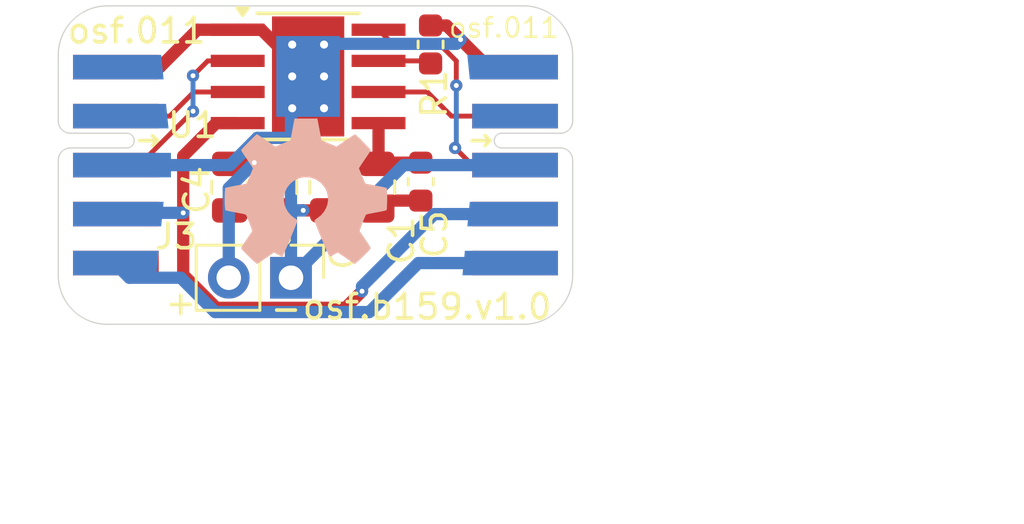
<source format=kicad_pcb>
(kicad_pcb (version 20240108) (generator "pcbnew") (generator_version "8.0")
  (layers (0 "F.Cu" signal) (31 "B.Cu" signal) (34 "B.Paste" user) (35 "F.Paste" user) (36 "B.SilkS" user "B.Silkscreen") (37 "F.SilkS" user "F.Silkscreen") (38 "B.Mask" user) (39 "F.Mask" user) (44 "Edge.Cuts" user))
  (net 0 "")
  (net 1 "/mc/V+")
  (net 2 "GND")
  (net 4 "/mc/OUT2")
  (net 5 "/mc/VREF")
  (net 8 "/mc/OUT1")
  (net 10 "Net-(J1-5V)")
  (net 12 "/mc/IN1")
  (net 13 "/mc/IN2")
  (net 17 "/mc/ISEN")
  (footprint "Capacitor_SMD:C_0603_1608Metric" (layer "F.Cu") (at 155.2 91.575 90)
    (property "Reference" "R1" (at -2.015 0.14 90) (layer "F.SilkS"))
    (property "Value" "0.2R")
    (fp_line (start -0.14058 -0.51) (end 0.14058 -0.51) (stroke (width 0.12)) (layer "F.SilkS"))
    (fp_line (start -0.14058 0.51) (end 0.14058 0.51) (stroke (width 0.12)) (layer "F.SilkS"))
    (pad "1" smd roundrect (at -0.775 0 90) (size 0.9 0.95) (layers "F.Cu" "F.Paste" "F.Mask") (net 17 "/mc/ISEN"))
    (pad "2" smd roundrect (at 0.775 0 90) (size 0.9 0.95) (layers "F.Cu" "F.Paste" "F.Mask") (net 2 "GND"))
  )
  (footprint "on_edge:on_edge_2x05_device" (layer "F.Cu") (at 140 96.5 -90)
    (property "Reference" "J2")
    (property "Value" "011_GPIO")
    (fp_line (start -1.2 -3.85) (end -1 -4.05) (stroke (width 0.153)) (layer "F.SilkS"))
    (fp_line (start -1 -4.05) (end -1 -3.323) (stroke (width 0.153)) (layer "F.SilkS"))
    (fp_line (start -1 -4.05) (end -0.8 -3.85) (stroke (width 0.153)) (layer "F.SilkS"))
    (fp_line (start -4 0) (end -1.8 0) (stroke (width 0.05)) (layer "Edge.Cuts"))
    (fp_line (start -0.2 0) (end 4 0) (stroke (width 0.05)) (layer "Edge.Cuts"))
    (fp_line (start -0.7 -0.5) (end -0.7 -2.8) (stroke (width 0.05)) (layer "Edge.Cuts"))
    (fp_line (start -1.3 -2.8) (end -1.3 -0.5) (stroke (width 0.05)) (layer "Edge.Cuts"))
    (fp_arc (start -0.2 0) (mid -0.553553 -0.146447) (end -0.7 -0.5) (stroke (width 0.05)) (layer "Edge.Cuts"))
    (fp_arc (start -1.3 -0.5) (mid -1.446447 -0.146447) (end -1.8 0) (stroke (width 0.05)) (layer "Edge.Cuts"))
    (fp_arc (start -1.3 -2.8) (mid -1 -3.1) (end -0.7 -2.8) (stroke (width 0.05)) (layer "Edge.Cuts"))
    (pad "1" smd rect (at -4 -2.35 90) (size 1 3.5) (layers "F.Cu" "F.Mask") (net 2 "GND"))
    (pad "2" smd rect (at -2 -2.35 270) (size 1 3.5) (layers "F.Cu" "F.Mask") (net 12 "/mc/IN1"))
    (pad "3" smd rect (at 0 -2.35 270) (size 1 3.5) (layers "F.Cu" "F.Mask") (net 13 "/mc/IN2"))
    (pad "4" smd rect (at 2 -2.35 90) (size 1 3.5) (layers "F.Cu" "F.Mask"))
    (pad "5" smd rect (at 4 -2.35 90) (size 1 3.5) (layers "F.Cu" "F.Mask"))
    (pad "6" smd custom (at -4 -2.4 270) (size 1 3.6) (layers "B.Cu" "B.Mask") (options (clearance outline) (anchor rect)) (primitives (gr_poly (pts (xy 0.5 -1.8) (xy 0.5 -1.9) (xy -0.5 -1.8)) (width 0) (fill yes))))
    (pad "7" smd custom (at -2 -2.1 270) (size 1 3) (layers "B.Cu" "B.Mask") (options (clearance outline) (anchor rect)) (primitives (gr_poly (pts (xy 0.3 -0.51) (xy 0.31 -0.62) (xy 0.33 -0.7) (xy 0.35 -0.76) (xy 0.37 -0.81) (xy 0.4 -0.86) (xy 0.44 -0.92) (xy 0.48 -0.97) (xy 0.5 -0.99) (xy 0.5 -2.4) (xy -0.5 -2.3) (xy -0.5 1.5) (xy 0.3 1.5)) (width 0) (fill yes))))
    (pad "8" smd rect (at 0 -2.6 270) (size 1 4) (layers "B.Cu" "B.Mask") (net 2 "GND"))
    (pad "9" smd custom (at 2 -2.4 270) (size 1 3.6) (layers "B.Cu" "B.Mask") (net 5 "/mc/VREF") (options (clearance outline) (anchor rect)) (primitives (gr_poly (pts (xy -0.5 -1.8) (xy -0.5 -1.9) (xy 0.5 -1.8)) (width 0) (fill yes))))
    (pad "10" smd custom (at 4 -2.3 270) (size 1 3.4) (layers "B.Cu" "B.Mask") (net 10 "Net-(J1-5V)") (options (clearance outline) (anchor rect)) (primitives (gr_poly (pts (xy -0.5 -1.7) (xy -0.5 -1.8) (xy 0.5 -1.7)) (width 0) (fill yes))))
  )
  (footprint "Capacitor_SMD:C_0805_2012Metric" (layer "F.Cu") (at 153 97.4 -90)
    (property "Reference" "C1" (at 2.18 -1.01 90) (layer "F.SilkS"))
    (property "Value" "22uF")
    (fp_line (start -0.261252 0.735) (end 0.261252 0.735) (stroke (width 0.12)) (layer "F.SilkS"))
    (fp_line (start -0.261252 -0.735) (end 0.261252 -0.735) (stroke (width 0.12)) (layer "F.SilkS"))
    (pad "1" smd roundrect (at -0.95 0 270) (size 1 1.45) (layers "F.Cu" "F.Paste" "F.Mask") (net 1 "/mc/V+"))
    (pad "2" smd roundrect (at 0.95 0 270) (size 1 1.45) (layers "F.Cu" "F.Paste" "F.Mask") (net 2 "GND"))
  )
  (footprint "on_edge:on_edge_2x05_host" (layer "F.Cu") (at 161 96.5 -90)
    (property "Reference" "J1")
    (property "Value" "011_GPIO")
    (fp_line (start -1 4.1) (end -1 3.373) (stroke (width 0.153)) (layer "F.SilkS"))
    (fp_line (start -0.8 3.573) (end -1 3.373) (stroke (width 0.153)) (layer "F.SilkS"))
    (fp_line (start -1 3.373) (end -1.2 3.573) (stroke (width 0.153)) (layer "F.SilkS"))
    (fp_line (start -0.7 2.9) (end -0.7 0.5) (stroke (width 0.05)) (layer "Edge.Cuts"))
    (fp_line (start -1.3 0.5) (end -1.3 2.9) (stroke (width 0.05)) (layer "Edge.Cuts"))
    (fp_line (start -4 0) (end -1.8 0) (stroke (width 0.05)) (layer "Edge.Cuts"))
    (fp_line (start -0.2 0) (end 4 0) (stroke (width 0.05)) (layer "Edge.Cuts"))
    (fp_arc (start -0.7 2.9) (mid -1 3.2) (end -1.3 2.9) (stroke (width 0.05)) (layer "Edge.Cuts"))
    (fp_arc (start -0.7 0.5) (mid -0.553553 0.146447) (end -0.2 0) (stroke (width 0.05)) (layer "Edge.Cuts"))
    (fp_arc (start -1.8 0) (mid -1.446447 0.146447) (end -1.3 0.5) (stroke (width 0.05)) (layer "Edge.Cuts"))
    (pad "1" smd rect (at -4 2.35 270) (size 1 3.5) (layers "F.Cu" "F.Mask") (net 2 "GND"))
    (pad "2" smd rect (at -2 2.35 270) (size 1 3.5) (layers "F.Cu" "F.Mask") (net 8 "/mc/OUT1"))
    (pad "3" smd rect (at 0 2.35 270) (size 1 3.5) (layers "F.Cu" "F.Mask") (net 4 "/mc/OUT2"))
    (pad "4" smd rect (at 2 2.35 270) (size 1 3.5) (layers "F.Cu" "F.Mask"))
    (pad "5" smd rect (at 4 2.35 270) (size 1 3.5) (layers "F.Cu" "F.Mask"))
    (pad "6" smd custom (at -4 2.4 90) (size 1 3.6) (layers "B.Cu" "B.Mask") (options (clearance outline) (anchor rect)) (primitives (gr_poly (pts (xy 0.5 -1.8) (xy -0.5 -1.8) (xy 0.5 -1.9)) (width 0) (fill yes))))
    (pad "7" smd rect (at -2 2.35 90) (size 1 3.5) (layers "B.Cu" "B.Mask"))
    (pad "8" smd rect (at 0 2.35 90) (size 1 3.5) (layers "B.Cu" "B.Mask") (net 2 "GND"))
    (pad "9" smd custom (at 2 2.4 90) (size 1 3.6) (layers "B.Cu" "B.Mask") (net 5 "/mc/VREF") (options (clearance outline) (anchor rect)) (primitives (gr_poly (pts (xy 0.5 -1.8) (xy -0.5 -1.8) (xy -0.5 -1.9)) (width 0) (fill yes))))
    (pad "10" smd custom (at 4 2.5 90) (size 1 3.8) (layers "B.Cu" "B.Mask") (net 10 "Net-(J1-5V)") (options (clearance outline) (anchor rect)) (primitives (gr_poly (pts (xy 0.5 -1.9) (xy -0.5 -1.9) (xy -0.5 -2)) (width 0) (fill yes))))
  )
  (footprint "Capacitor_SMD:C_0805_2012Metric" (layer "F.Cu") (at 147 97.4 -90)
    (property "Reference" "C4" (at 0.12 1.35 90) (layer "F.SilkS"))
    (property "Value" "22uF")
    (fp_line (start -0.261252 0.735) (end 0.261252 0.735) (stroke (width 0.12)) (layer "F.SilkS"))
    (fp_line (start -0.261252 -0.735) (end 0.261252 -0.735) (stroke (width 0.12)) (layer "F.SilkS"))
    (pad "1" smd roundrect (at -0.95 0 270) (size 1 1.45) (layers "F.Cu" "F.Paste" "F.Mask") (net 1 "/mc/V+"))
    (pad "2" smd roundrect (at 0.95 0 270) (size 1 1.45) (layers "F.Cu" "F.Paste" "F.Mask") (net 2 "GND"))
  )
  (footprint "Connector_PinHeader_2.54mm:PinHeader_1x02_P2.54mm_Vertical" (layer "F.Cu") (at 149.5 101.1 -90)
    (property "Reference" "J3" (at -1.68 4.69 180) (layer "F.SilkS"))
    (property "Value" "Conn_01x02_Pin")
    (fp_line (start -1.33 3.87) (end 1.33 3.87) (stroke (width 0.12)) (layer "F.SilkS"))
    (fp_line (start -1.33 1.27) (end -1.33 3.87) (stroke (width 0.12)) (layer "F.SilkS"))
    (fp_line (start -1.33 1.27) (end 1.33 1.27) (stroke (width 0.12)) (layer "F.SilkS"))
    (fp_line (start 1.33 1.27) (end 1.33 3.87) (stroke (width 0.12)) (layer "F.SilkS"))
    (fp_line (start -1.33 0) (end -1.33 -1.33) (stroke (width 0.12)) (layer "F.SilkS"))
    (fp_line (start -1.33 -1.33) (end 0 -1.33) (stroke (width 0.12)) (layer "F.SilkS"))
    (pad "1" thru_hole rect (at 0 0 270) (size 1.7 1.7) (drill 1) (layers "*.Cu" "*.Mask") (net 2 "GND"))
    (pad "2" thru_hole oval (at 0 2.54 270) (size 1.7 1.7) (drill 1) (layers "*.Cu" "*.Mask") (net 1 "/mc/V+"))
  )
  (footprint "Capacitor_SMD:C_0603_1608Metric" (layer "F.Cu") (at 154.8 97.175 -90)
    (property "Reference" "C5" (at 2.155 -0.56 90) (layer "F.SilkS"))
    (property "Value" "100nF")
    (fp_line (start -0.14058 0.51) (end 0.14058 0.51) (stroke (width 0.12)) (layer "F.SilkS"))
    (fp_line (start -0.14058 -0.51) (end 0.14058 -0.51) (stroke (width 0.12)) (layer "F.SilkS"))
    (pad "1" smd roundrect (at -0.775 0 270) (size 0.9 0.95) (layers "F.Cu" "F.Paste" "F.Mask") (net 1 "/mc/V+"))
    (pad "2" smd roundrect (at 0.775 0 270) (size 0.9 0.95) (layers "F.Cu" "F.Paste" "F.Mask") (net 2 "GND"))
  )
  (footprint "Package_SO:Texas_HTSOP-8-1EP_3.9x4.9mm_P1.27mm_EP2.95x4.9mm_Mask2.4x3.1mm_ThermalVias" (layer "F.Cu") (at 150.2 92.88)
    (property "Reference" "U1" (at -4.72 1.99 0) (layer "F.SilkS"))
    (property "Value" "DRV8870DDA")
    (fp_line (start -2.075 -2.575) (end 2.075 -2.575) (stroke (width 0.15)) (layer "F.SilkS"))
    (fp_line (start -2.075 2.575) (end 2.075 2.575) (stroke (width 0.15)) (layer "F.SilkS"))
    (fp_poly (pts (xy -2.675 -2.475) (xy -2.915 -2.805) (xy -2.435 -2.805) (xy -2.675 -2.475)) (stroke (width 0.12)) (fill solid) (layer "F.SilkS"))
    (pad "1" smd rect (at -2.875 -1.905) (size 2.2 0.5) (layers "F.Cu" "F.Paste" "F.Mask") (net 2 "GND"))
    (pad "2" smd rect (at -2.875 -0.635) (size 2.2 0.5) (layers "F.Cu" "F.Paste" "F.Mask") (net 13 "/mc/IN2"))
    (pad "3" smd rect (at -2.875 0.635) (size 2.2 0.5) (layers "F.Cu" "F.Paste" "F.Mask") (net 12 "/mc/IN1"))
    (pad "4" smd rect (at -2.875 1.905) (size 2.2 0.5) (layers "F.Cu" "F.Paste" "F.Mask") (net 5 "/mc/VREF"))
    (pad "5" smd rect (at 2.875 1.905) (size 2.2 0.5) (layers "F.Cu" "F.Paste" "F.Mask") (net 1 "/mc/V+"))
    (pad "6" smd rect (at 2.875 0.635) (size 2.2 0.5) (layers "F.Cu" "F.Paste" "F.Mask") (net 8 "/mc/OUT1"))
    (pad "7" smd rect (at 2.875 -0.635) (size 2.2 0.5) (layers "F.Cu" "F.Paste" "F.Mask") (net 17 "/mc/ISEN"))
    (pad "8" smd rect (at 2.875 -1.905) (size 2.2 0.5) (layers "F.Cu" "F.Paste" "F.Mask") (net 4 "/mc/OUT2"))
    (pad "9" thru_hole circle (at -0.65 -1.3) (size 0.63 0.63) (drill 0.33) (layers "*.Cu" "*.Mask") (net 2 "GND"))
    (pad "9" thru_hole circle (at -0.65 0) (size 0.63 0.63) (drill 0.33) (layers "*.Cu" "*.Mask") (net 2 "GND"))
    (pad "9" thru_hole circle (at -0.65 1.3) (size 0.63 0.63) (drill 0.33) (layers "*.Cu" "*.Mask") (net 2 "GND"))
    (pad "9" smd rect (at 0 0) (size 2.6 3.3) (layers "B.Cu") (net 2 "GND"))
    (pad "9" smd rect (at 0 0) (size 2.95 4.9) (layers "F.Cu") (net 2 "GND"))
    (pad "9" thru_hole circle (at 0.65 -1.3) (size 0.63 0.63) (drill 0.33) (layers "*.Cu" "*.Mask") (net 2 "GND"))
    (pad "9" thru_hole circle (at 0.65 0) (size 0.63 0.63) (drill 0.33) (layers "*.Cu" "*.Mask") (net 2 "GND"))
    (pad "9" thru_hole circle (at 0.65 1.3) (size 0.63 0.63) (drill 0.33) (layers "*.Cu" "*.Mask") (net 2 "GND"))
  )
  (footprint "Capacitor_SMD:C_0805_2012Metric" (layer "F.Cu") (at 151 97.4 -90)
    (property "Reference" "C2" (at 2.4 -0.65 90) (layer "F.SilkS"))
    (property "Value" "22uF")
    (fp_line (start -0.261252 0.735) (end 0.261252 0.735) (stroke (width 0.12)) (layer "F.SilkS"))
    (fp_line (start -0.261252 -0.735) (end 0.261252 -0.735) (stroke (width 0.12)) (layer "F.SilkS"))
    (pad "1" smd roundrect (at -0.95 0 270) (size 1 1.45) (layers "F.Cu" "F.Paste" "F.Mask") (net 1 "/mc/V+"))
    (pad "2" smd roundrect (at 0.95 0 270) (size 1 1.45) (layers "F.Cu" "F.Paste" "F.Mask") (net 2 "GND"))
  )
  (footprint "Capacitor_SMD:C_0805_2012Metric" (layer "F.Cu") (at 149 97.4 -90)
    (property "Reference" "C3" (at 1.96 0.19 180) (layer "F.SilkS") (effects (font (size 0.8 0.8) (thickness 0.1))))
    (property "Value" "22uF")
    (fp_line (start -0.261252 0.735) (end 0.261252 0.735) (stroke (width 0.12)) (layer "F.SilkS"))
    (fp_line (start -0.261252 -0.735) (end 0.261252 -0.735) (stroke (width 0.12)) (layer "F.SilkS"))
    (pad "1" smd roundrect (at -0.95 0 270) (size 1 1.45) (layers "F.Cu" "F.Paste" "F.Mask") (net 1 "/mc/V+"))
    (pad "2" smd roundrect (at 0.95 0 270) (size 1 1.45) (layers "F.Cu" "F.Paste" "F.Mask") (net 2 "GND"))
  )
  (footprint "Symbol:OSHW-Symbol_6.7x6mm_SilkScreen" (layer "B.Cu") (at 150.12 97.58 180)
    (property "Reference" "LOGO1" (hide yes))
    (property "Value" "Logo_Open_Hardware_Small" (hide yes))
    (fp_poly (pts (xy 0.555814 2.531069) (xy 0.639635 2.086445) (xy 0.94892 1.958947) (xy 1.258206 1.831449) (xy 1.629246 2.083754) (xy 1.733157 2.154004) (xy 1.827087 2.216728) (xy 1.906652 2.269062) (xy 1.96747 2.308143) (xy 2.005157 2.331107) (xy 2.015421 2.336058) (xy 2.03391 2.323324) (xy 2.07342 2.288118) (xy 2.129522 2.234938) (xy 2.197787 2.168282) (xy 2.273786 2.092646) (xy 2.353092 2.012528) (xy 2.431275 1.932426) (xy 2.503907 1.856836) (xy 2.566559 1.790255) (xy 2.614803 1.737182) (xy 2.64421 1.702113) (xy 2.651241 1.690377) (xy 2.641123 1.66874) (xy 2.612759 1.621338) (xy 2.569129 1.552807) (xy 2.513218 1.467785) (xy 2.448006 1.370907) (xy 2.410219 1.31565) (xy 2.341343 1.214752) (xy 2.28014 1.123701) (xy 2.229578 1.04703) (xy 2.192628 0.989272) (xy 2.172258 0.954957) (xy 2.169197 0.947746) (xy 2.176136 0.927252) (xy 2.195051 0.879487) (xy 2.223087 0.811168) (xy 2.257391 0.729011) (xy 2.295109 0.63973) (xy 2.333387 0.550042) (xy 2.36937 0.466662) (xy 2.400206 0.396306) (xy 2.423039 0.34569) (xy 2.435017 0.321529) (xy 2.435724 0.320578) (xy 2.454531 0.315964) (xy 2.504618 0.305672) (xy 2.580793 0.290713) (xy 2.677865 0.272099) (xy 2.790643 0.250841) (xy 2.856442 0.238582) (xy 2.97695 0.215638) (xy 3.085797 0.193805) (xy 3.177476 0.174278) (xy 3.246481 0.158252) (xy 3.287304 0.146921) (xy 3.295511 0.143326) (xy 3.303548 0.118994) (xy 3.310033 0.064041) (xy 3.31497 -0.015108) (xy 3.318364 -0.112026) (xy 3.320218 -0.220287) (xy 3.320538 -0.333465) (xy 3.319327 -0.445135) (xy 3.31659 -0.548868) (xy 3.312331 -0.638241) (xy 3.306555 -0.706826) (xy 3.299267 -0.748197) (xy 3.294895 -0.75681) (xy 3.268764 -0.767133) (xy 3.213393 -0.781892) (xy 3.136107 -0.799352) (xy 3.04423 -0.81778) (xy 3.012158 -0.823741) (xy 2.857524 -0.852066) (xy 2.735375 -0.874876) (xy 2.641673 -0.89308) (xy 2.572384 -0.907583) (xy 2.523471 -0.919292) (xy 2.490897 -0.929115) (xy 2.470628 -0.937956) (xy 2.458626 -0.946724) (xy 2.456947 -0.948457) (xy 2.440184 -0.976371) (xy 2.414614 -1.030695) (xy 2.382788 -1.104777) (xy 2.34726 -1.191965) (xy 2.310583 -1.285608) (xy 2.275311 -1.379052) (xy 2.243996 -1.465647) (xy 2.219193 -1.53874) (xy 2.203454 -1.591678) (xy 2.199332 -1.617811) (xy 2.199676 -1.618726) (xy 2.213641 -1.640086) (xy 2.245322 -1.687084) (xy 2.291391 -1.754827) (xy 2.348518 -1.838423) (xy 2.413373 -1.932982) (xy 2.431843 -1.959854) (xy 2.497699 -2.057275) (xy 2.55565 -2.146163) (xy 2.602538 -2.221412) (xy 2.635207 -2.27792) (xy 2.6505 -2.310581) (xy 2.651241 -2.314593) (xy 2.638392 -2.335684) (xy 2.602888 -2.377464) (xy 2.549293 -2.435445) (xy 2.482171 -2.505135) (xy 2.406087 -2.582045) (xy 2.325604 -2.661683) (xy 2.245287 -2.739561) (xy 2.169699 -2.811186) (xy 2.103405 -2.87207) (xy 2.050969 -2.917721) (xy 2.016955 -2.94365) (xy 2.007545 -2.947883) (xy 1.985643 -2.937912) (xy 1.9408 -2.91102) (xy 1.880321 -2.871736) (xy 1.833789 -2.840117) (xy 1.749475 -2.782098) (xy 1.649626 -2.713784) (xy 1.549473 -2.645579) (xy 1.495627 -2.609075) (xy 1.313371 -2.4858) (xy 1.160381 -2.56852) (xy 1.090682 -2.604759) (xy 1.031414 -2.632926) (xy 0.991311 -2.648991) (xy 0.981103 -2.651226) (xy 0.968829 -2.634722) (xy 0.944613 -2.588082) (xy 0.910263 -2.515609) (xy 0.867588 -2.421606) (xy 0.818394 -2.310374) (xy 0.76449 -2.186215) (xy 0.707684 -2.053432) (xy 0.649782 -1.916327) (xy 0.592593 -1.779202) (xy 0.537924 -1.646358) (xy 0.487584 -1.522098) (xy 0.44338 -1.410725) (xy 0.407119 -1.316539) (xy 0.380609 -1.243844) (xy 0.365658 -1.196941) (xy 0.363254 -1.180833) (xy 0.382311 -1.160286) (xy 0.424036 -1.126933) (xy 0.479706 -1.087702) (xy 0.484378 -1.084599) (xy 0.628264 -0.969423) (xy 0.744283 -0.835053) (xy 0.83143 -0.685784) (xy 0.888699 -0.525913) (xy 0.915086 -0.359737) (xy 0.909585 -0.191552) (xy 0.87119 -0.025655) (xy 0.798895 0.133658) (xy 0.777626 0.168513) (xy 0.666996 0.309263) (xy 0.536302 0.422286) (xy 0.390064 0.506997) (xy 0.232808 0.562806) (xy 0.069057 0.589126) (xy -0.096667 0.58537) (xy -0.259838 0.55095) (xy -0.415935 0.485277) (xy -0.560433 0.387765) (xy -0.605131 0.348187) (xy -0.718888 0.224297) (xy -0.801782 0.093876) (xy -0.858644 -0.052315) (xy -0.890313 -0.197088) (xy -0.898131 -0.35986) (xy -0.872062 -0.52344) (xy -0.814755 -0.682298) (xy -0.728856 -0.830906) (xy -0.617014 -0.963735) (xy -0.481877 -1.075256) (xy -0.464117 -1.087011) (xy -0.40785 -1.125508) (xy -0.365077 -1.158863) (xy -0.344628 -1.18016) (xy -0.344331 -1.180833) (xy -0.348721 -1.203871) (xy -0.366124 -1.256157) (xy -0.394732 -1.33339) (xy -0.432735 -1.431268) (xy -0.478326 -1.545491) (xy -0.529697 -1.671758) (xy -0.585038 -1.805767) (xy -0.642542 -1.943218) (xy -0.700399 -2.079808) (xy -0.756802 -2.211237) (xy -0.809942 -2.333205) (xy -0.85801 -2.441409) (xy -0.899199 -2.531549) (xy -0.931699 -2.599323) (xy -0.953703 -2.64043) (xy -0.962564 -2.651226) (xy -0.98964 -2.642819) (xy -1.040303 -2.620272) (xy -1.105817 -2.587613) (xy -1.141841 -2.56852) (xy -1.294832 -2.4858) (xy -1.477088 -2.609075) (xy -1.570125 -2.672228) (xy -1.671985 -2.741727) (xy -1.767438 -2.807165) (xy -1.81525 -2.840117) (xy -1.882495 -2.885273) (xy -1.939436 -2.921057) (xy -1.978646 -2.942938) (xy -1.991381 -2.947563) (xy -2.009917 -2.935085) (xy -2.050941 -2.900252) (xy -2.110475 -2.846678) (xy -2.184542 -2.777983) (xy -2.269165 -2.697781) (xy -2.322685 -2.646286) (xy -2.416319 -2.554286) (xy -2.497241 -2.471999) (xy -2.562177 -2.402945) (xy -2.607858 -2.350644) (xy -2.631011 -2.318616) (xy -2.633232 -2.312116) (xy -2.622924 -2.287394) (xy -2.594439 -2.237405) (xy -2.550937 -2.167212) (xy -2.495577 -2.081875) (xy -2.43152 -1.986456) (xy -2.413303 -1.959854) (xy -2.346927 -1.863167) (xy -2.287378 -1.776117) (xy -2.237984 -1.703595) (xy -2.202075 -1.650493) (xy -2.182981 -1.621703) (xy -2.181136 -1.618726) (xy -2.183895 -1.595782) (xy -2.198538 -1.545336) (xy -2.222513 -1.474041) (xy -2.253266 -1.388547) (xy -2.288244 -1.295507) (xy -2.324893 -1.201574) (xy -2.360661 -1.113399) (xy -2.392994 -1.037634) (xy -2.419338 -0.980931) (xy -2.437142 -0.949943) (xy -2.438407 -0.948457) (xy -2.449294 -0.939601) (xy -2.467682 -0.930843) (xy -2.497606 -0.921277) (xy -2.543103 -0.909996) (xy -2.608209 -0.896093) (xy -2.696961 -0.878663) (xy -2.813393 -0.856798) (xy -2.961542 -0.829591) (xy -2.993618 -0.823741) (xy -3.088686 -0.805374) (xy -3.171565 -0.787405) (xy -3.23493 -0.771569) (xy -3.271458 -0.7596) (xy -3.276356 -0.75681) (xy -3.284427 -0.732072) (xy -3.290987 -0.67679) (xy -3.296033 -0.597389) (xy -3.299559 -0.500296) (xy -3.301561 -0.391938) (xy -3.302036 -0.27874) (xy -3.300977 -0.167128) (xy -3.298382 -0.063529) (xy -3.294246 0.025632) (xy -3.288563 0.093928) (xy -3.281331 0.134934) (xy -3.276971 0.143326) (xy -3.252698 0.151792) (xy -3.197426 0.165565) (xy -3.116662 0.18345) (xy -3.015912 0.204252) (xy -2.900683 0.226777) (xy -2.837902 0.238582) (xy -2.718787 0.260849) (xy -2.612565 0.281021) (xy -2.524427 0.298085) (xy -2.459566 0.311031) (xy -2.423174 0.318845) (xy -2.417184 0.320578) (xy -2.407061 0.34011) (xy -2.385662 0.387157) (xy -2.355839 0.454997) (xy -2.320445 0.536909) (xy -2.282332 0.626172) (xy -2.244353 0.716065) (xy -2.20936 0.799865) (xy -2.180206 0.870853) (xy -2.159743 0.922306) (xy -2.150823 0.947503) (xy -2.150657 0.948604) (xy -2.160769 0.968481) (xy -2.189117 1.014223) (xy -2.232723 1.081283) (xy -2.288606 1.165116) (xy -2.353787 1.261174) (xy -2.391679 1.31635) (xy -2.460725 1.417519) (xy -2.52205 1.50937) (xy -2.572663 1.587256) (xy -2.609571 1.646531) (xy -2.629782 1.682549) (xy -2.632701 1.690623) (xy -2.620153 1.709416) (xy -2.585463 1.749543) (xy -2.533063 1.806507) (xy -2.467384 1.875815) (xy -2.392856 1.952969) (xy -2.313913 2.033475) (xy -2.234983 2.112837) (xy -2.1605 2.18656) (xy -2.094894 2.250148) (xy -2.042596 2.299106) (xy -2.008039 2.328939) (xy -1.996478 2.336058) (xy -1.977654 2.326047) (xy -1.932631 2.297922) (xy -1.865787 2.254546) (xy -1.781499 2.198782) (xy -1.684144 2.133494) (xy -1.610707 2.083754) (xy -1.239667 1.831449) (xy -0.621095 2.086445) (xy -0.537275 2.531069) (xy -0.453454 2.975693) (xy 0.471994 2.975693) (xy 0.555814 2.531069)) (stroke (width 0.01)) (fill solid) (layer "B.SilkS"))
  )
  (gr_line (start 142 90) (end 159 90) (stroke (width 0.05)) (layer "Edge.Cuts"))
  (gr_arc (start 161 101) (mid 160.414214 102.414214) (end 159 103) (stroke (width 0.05)) (layer "Edge.Cuts"))
  (gr_line (start 140 92.5) (end 140 92) (stroke (width 0.05)) (layer "Edge.Cuts"))
  (gr_line (start 140 101) (end 140 100.5) (stroke (width 0.05)) (layer "Edge.Cuts"))
  (gr_line (start 159 103) (end 142 103) (stroke (width 0.05)) (layer "Edge.Cuts"))
  (gr_arc (start 159 90) (mid 160.414214 90.585786) (end 161 92) (stroke (width 0.05)) (layer "Edge.Cuts"))
  (gr_line (start 161 101) (end 161 100.5) (stroke (width 0.05)) (layer "Edge.Cuts"))
  (gr_arc (start 142 103) (mid 140.585786 102.414214) (end 140 101) (stroke (width 0.05)) (layer "Edge.Cuts"))
  (gr_arc (start 140 92) (mid 140.585786 90.585786) (end 142 90) (stroke (width 0.05)) (layer "Edge.Cuts"))
  (gr_line (start 161 92.5) (end 161 92) (stroke (width 0.05)) (layer "Edge.Cuts"))
  (gr_text "osf.011" (at 155.88 91.36 0) (layer "F.SilkS") (effects (font (size 0.8 0.8) (thickness 0.1)) (justify left bottom)))
  (gr_text "osf.b159.v1.0" (at 149.89 102.87 0) (layer "F.SilkS") (effects (font (size 1 1)) (justify left bottom)))
  (gr_text "-" (at 148.58 102.93 0) (layer "F.SilkS") (effects (font (size 1 1)) (justify left bottom)))
  (gr_text "+" (at 144.28 102.7 0) (layer "F.SilkS") (effects (font (size 1 1)) (justify left bottom)))
  (gr_text "osf.011" (at 140.29 91.6 0) (layer "F.SilkS") (effects (font (size 1 1)) (justify left bottom)))
  (segment (start 153.075 94.785) (end 153.075 96.375) (width 0.5) (layer "F.Cu") (net 1))
  (segment (start 153 96.45) (end 151 96.45) (width 0.5) (layer "F.Cu") (net 1))
  (segment (start 148 96.4) (end 147.05 96.4) (width 0.5) (layer "F.Cu") (net 1))
  (segment (start 153.05 96.4) (end 153 96.45) (width 0.5) (layer "F.Cu") (net 1))
  (segment (start 151 96.45) (end 149 96.45) (width 0.5) (layer "F.Cu") (net 1))
  (segment (start 153.075 96.375) (end 153 96.45) (width 0.5) (layer "F.Cu") (net 1))
  (segment (start 154.8 96.4) (end 153.05 96.4) (width 0.5) (layer "F.Cu") (net 1))
  (segment (start 147.05 96.4) (end 147 96.45) (width 0.5) (layer "F.Cu") (net 1))
  (segment (start 148.05 96.45) (end 148 96.4) (width 0.5) (layer "F.Cu") (net 1))
  (segment (start 149 96.45) (end 148.05 96.45) (width 0.5) (layer "F.Cu") (net 1))
  (via (at 148 96.4) (size 0.5) (drill 0.2) (layers "F.Cu" "B.Cu") (net 1))
  (segment (start 146.96 101.1) (end 146.96 97.44) (width 0.5) (layer "B.Cu") (net 1))
  (segment (start 146.96 97.44) (end 148 96.4) (width 0.5) (layer "B.Cu") (net 1))
  (segment (start 147.325 90.975) (end 148.295 90.975) (width 0.5) (layer "F.Cu") (net 2))
  (segment (start 154.8 97.95) (end 153.4 97.95) (width 0.5) (layer "F.Cu") (net 2))
  (segment (start 153.4 97.95) (end 153 98.35) (width 0.5) (layer "F.Cu") (net 2))
  (segment (start 144.15 92.5) (end 145.675 90.975) (width 0.5) (layer "F.Cu") (net 2))
  (segment (start 142.35 92.5) (end 144.15 92.5) (width 0.5) (layer "F.Cu") (net 2))
  (segment (start 156.425 91.375) (end 155.85 90.8) (width 0.5) (layer "F.Cu") (net 2))
  (segment (start 145.675 90.975) (end 147.325 90.975) (width 0.5) (layer "F.Cu") (net 2))
  (segment (start 158.65 92.5) (end 157.55 92.5) (width 0.5) (layer "F.Cu") (net 2))
  (segment (start 155.85 90.8) (end 155.2 90.8) (width 0.5) (layer "F.Cu") (net 2))
  (segment (start 147 98.35) (end 150 98.35) (width 0.5) (layer "F.Cu") (net 2))
  (segment (start 157.55 92.5) (end 156.425 91.375) (width 0.5) (layer "F.Cu") (net 2))
  (segment (start 148.295 90.975) (end 150.2 92.88) (width 0.5) (layer "F.Cu") (net 2))
  (segment (start 153 98.35) (end 150 98.35) (width 0.5) (layer "F.Cu") (net 2))
  (via (at 150 98.35) (size 0.5) (drill 0.2) (layers "F.Cu" "B.Cu") (net 2))
  (via (at 156.425 91.375) (size 0.5) (drill 0.2) (layers "F.Cu" "B.Cu") (net 2))
  (segment (start 156.25 91.55) (end 156.425 91.375) (width 0.5) (layer "B.Cu") (net 2))
  (segment (start 149.5 98.4) (end 149.5 95.39) (width 0.5) (layer "B.Cu") (net 2))
  (segment (start 150.85 91.58) (end 150.88 91.55) (width 0.5) (layer "B.Cu") (net 2))
  (segment (start 158.65 96.5) (end 154.1 96.5) (width 0.5) (layer "B.Cu") (net 2))
  (segment (start 149.5 94.23) (end 149.55 94.18) (width 0.5) (layer "B.Cu") (net 2))
  (segment (start 149.55 98.35) (end 149.5 98.4) (width 0.5) (layer "B.Cu") (net 2))
  (segment (start 150.88 91.55) (end 156.25 91.55) (width 0.5) (layer "B.Cu") (net 2))
  (segment (start 149.5 95.39) (end 149.5 94.23) (width 0.5) (layer "B.Cu") (net 2))
  (segment (start 147.013288 96.5) (end 148.123288 95.39) (width 0.5) (layer "B.Cu") (net 2))
  (segment (start 149.5 101.1) (end 149.5 98.4) (width 0.5) (layer "B.Cu") (net 2))
  (segment (start 142.6 96.5) (end 147.013288 96.5) (width 0.5) (layer "B.Cu") (net 2))
  (segment (start 154.1 96.5) (end 149.5 101.1) (width 0.5) (layer "B.Cu") (net 2))
  (segment (start 148.123288 95.39) (end 149.5 95.39) (width 0.5) (layer "B.Cu") (net 2))
  (segment (start 150 98.35) (end 149.55 98.35) (width 0.5) (layer "B.Cu") (net 2))
  (segment (start 153.075 90.975) (end 153.577 91.477) (width 0.2) (layer "F.Cu") (net 4))
  (segment (start 155.477 91.477) (end 156.25 92.25) (width 0.2) (layer "F.Cu") (net 4))
  (segment (start 156.25 92.25) (end 156.25 93.25) (width 0.2) (layer "F.Cu") (net 4))
  (segment (start 153.577 91.477) (end 155.477 91.477) (width 0.2) (layer "F.Cu") (net 4))
  (segment (start 156.2 95.8) (end 156.9 96.5) (width 0.2) (layer "F.Cu") (net 4))
  (segment (start 156.9 96.5) (end 158.65 96.5) (width 0.2) (layer "F.Cu") (net 4))
  (via (at 156.2 95.8) (size 0.5) (drill 0.2) (layers "F.Cu" "B.Cu") (net 4))
  (via (at 156.25 93.25) (size 0.5) (drill 0.2) (layers "F.Cu" "B.Cu") (net 4))
  (segment (start 156.25 95.75) (end 156.2 95.8) (width 0.2) (layer "B.Cu") (net 4))
  (segment (start 156.25 93.25) (end 156.25 95.75) (width 0.2) (layer "B.Cu") (net 4))
  (segment (start 145.1 100.975241) (end 145.1 98.45) (width 0.5) (layer "F.Cu") (net 5))
  (segment (start 151.723 102.327) (end 146.451759 102.327) (width 0.5) (layer "F.Cu") (net 5))
  (segment (start 146.445 94.785) (end 145.1 96.13) (width 0.5) (layer "F.Cu") (net 5))
  (segment (start 145.1 96.13) (end 145.1 98.45) (width 0.5) (layer "F.Cu") (net 5))
  (segment (start 147.325 94.785) (end 146.445 94.785) (width 0.5) (layer "F.Cu") (net 5))
  (segment (start 146.451759 102.327) (end 145.1 100.975241) (width 0.5) (layer "F.Cu") (net 5))
  (segment (start 152.4 101.65) (end 151.723 102.327) (width 0.5) (layer "F.Cu") (net 5))
  (via (at 145.1 98.45) (size 0.5) (drill 0.2) (layers "F.Cu" "B.Cu") (net 5))
  (via (at 152.4 101.65) (size 0.5) (drill 0.2) (layers "F.Cu" "B.Cu") (net 5))
  (segment (start 152.4 101.45) (end 152.4 101.65) (width 0.5) (layer "B.Cu") (net 5))
  (segment (start 145.1 98.45) (end 142.45 98.45) (width 0.5) (layer "B.Cu") (net 5))
  (segment (start 158.6 98.5) (end 155.35 98.5) (width 0.5) (layer "B.Cu") (net 5))
  (segment (start 142.45 98.45) (end 142.4 98.5) (width 0.5) (layer "B.Cu") (net 5))
  (segment (start 155.35 98.5) (end 154.9 98.95) (width 0.5) (layer "B.Cu") (net 5))
  (segment (start 154.9 98.95) (end 152.4 101.45) (width 0.5) (layer "B.Cu") (net 5))
  (segment (start 156.05 94.5) (end 158.65 94.5) (width 0.2) (layer "F.Cu") (net 8))
  (segment (start 153.075 93.515) (end 155.065 93.515) (width 0.2) (layer "F.Cu") (net 8))
  (segment (start 155.065 93.515) (end 156.05 94.5) (width 0.2) (layer "F.Cu") (net 8))
  (segment (start 152.7 102.5) (end 154.7 100.5) (width 0.5) (layer "B.Cu") (net 10))
  (segment (start 145 101.1) (end 146.4 102.5) (width 0.5) (layer "B.Cu") (net 10))
  (segment (start 142.9 101.1) (end 145 101.1) (width 0.5) (layer "B.Cu") (net 10))
  (segment (start 154.7 100.5) (end 158.5 100.5) (width 0.5) (layer "B.Cu") (net 10))
  (segment (start 146.4 102.5) (end 152.7 102.5) (width 0.5) (layer "B.Cu") (net 10))
  (segment (start 142.3 100.5) (end 142.9 101.1) (width 0.5) (layer "B.Cu") (net 10))
  (segment (start 145.535 93.515) (end 147.325 93.515) (width 0.2) (layer "F.Cu") (net 12))
  (segment (start 142.35 94.5) (end 144.55 94.5) (width 0.2) (layer "F.Cu") (net 12))
  (segment (start 144.55 94.5) (end 145.535 93.515) (width 0.2) (layer "F.Cu") (net 12))
  (segment (start 146.105 92.245) (end 147.325 92.245) (width 0.2) (layer "F.Cu") (net 13))
  (segment (start 145.5 92.85) (end 146.105 92.245) (width 0.2) (layer "F.Cu") (net 13))
  (segment (start 143.3 96.5) (end 145.5 94.3) (width 0.2) (layer "F.Cu") (net 13))
  (segment (start 142.35 96.5) (end 143.3 96.5) (width 0.2) (layer "F.Cu") (net 13))
  (via (at 145.5 94.3) (size 0.5) (drill 0.2) (layers "F.Cu" "B.Cu") (net 13))
  (via (at 145.5 92.85) (size 0.5) (drill 0.2) (layers "F.Cu" "B.Cu") (net 13))
  (segment (start 145.5 94.3) (end 145.5 92.85) (width 0.2) (layer "B.Cu") (net 13))
  (segment (start 155.095 92.245) (end 155.2 92.35) (width 0.2) (layer "F.Cu") (net 17))
  (segment (start 153.075 92.245) (end 155.095 92.245) (width 0.2) (layer "F.Cu") (net 17))
)
</source>
